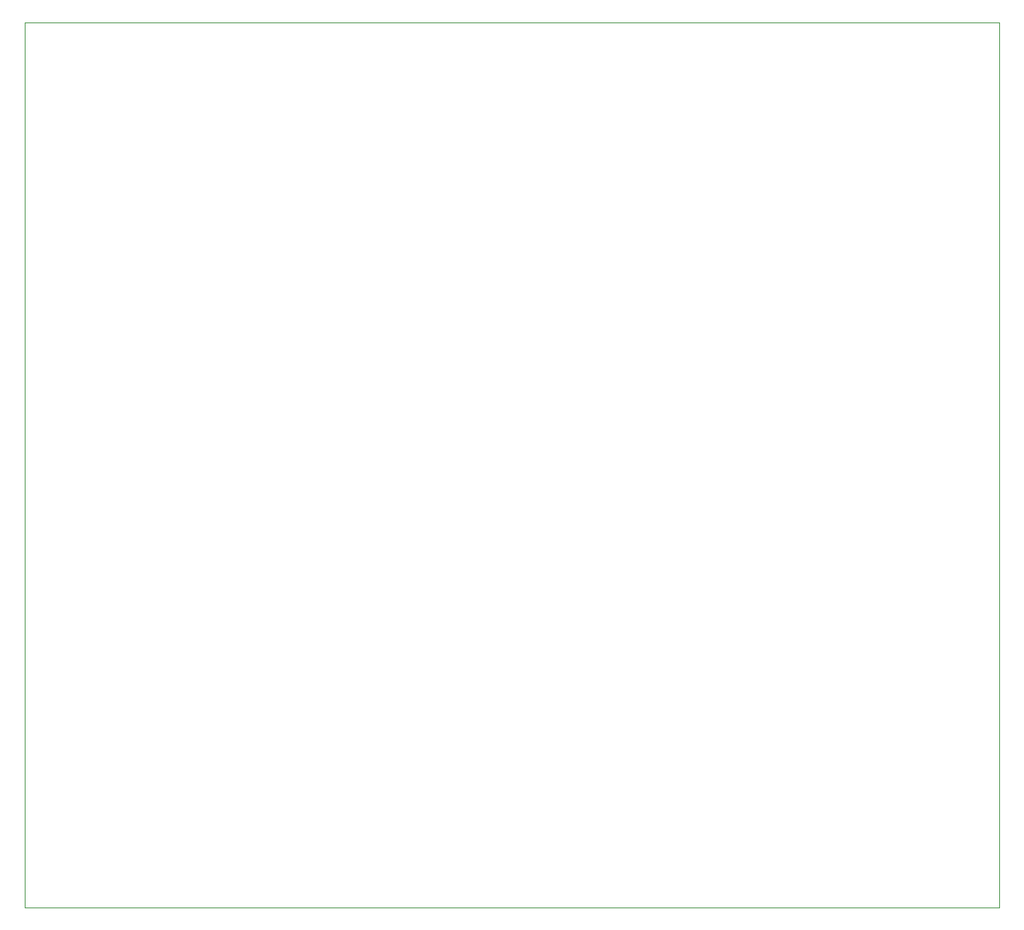
<source format=gbr>
G04 #@! TF.GenerationSoftware,KiCad,Pcbnew,7.0.2-6a45011f42~172~ubuntu22.04.1*
G04 #@! TF.CreationDate,2023-04-26T17:53:45-03:00*
G04 #@! TF.ProjectId,envcity_aqm_v2,656e7663-6974-4795-9f61-716d5f76322e,rev?*
G04 #@! TF.SameCoordinates,Original*
G04 #@! TF.FileFunction,Profile,NP*
%FSLAX46Y46*%
G04 Gerber Fmt 4.6, Leading zero omitted, Abs format (unit mm)*
G04 Created by KiCad (PCBNEW 7.0.2-6a45011f42~172~ubuntu22.04.1) date 2023-04-26 17:53:45*
%MOMM*%
%LPD*%
G01*
G04 APERTURE LIST*
G04 #@! TA.AperFunction,Profile*
%ADD10C,0.050000*%
G04 #@! TD*
G04 APERTURE END LIST*
D10*
X111500000Y-160000000D02*
X111500000Y-110000000D01*
X221500000Y-160000000D02*
X111500000Y-160000000D01*
X221500000Y-110000000D02*
X221500000Y-160000000D01*
X221500000Y-60000000D02*
X161500000Y-60000000D01*
X111500000Y-110000000D02*
X111500000Y-60000000D01*
X221500000Y-60000000D02*
X221500000Y-110000000D01*
X111500000Y-60000000D02*
X161500000Y-60000000D01*
M02*

</source>
